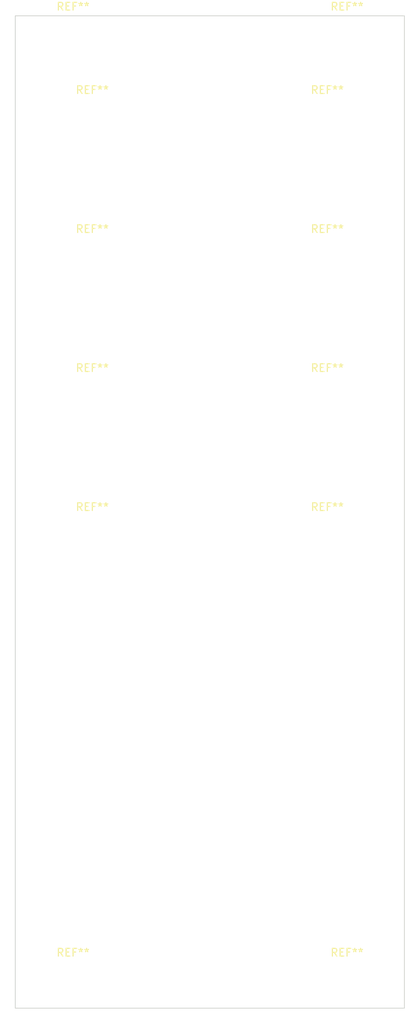
<source format=kicad_pcb>
(kicad_pcb (version 20221018) (generator pcbnew)
  (title_block (title "disting NT Panel") (date "2024-03-15") (rev "1.0") (company "Expert Sleepers Ltd"))
  (layers (0 "F.Cu" signal) (31 "B.Cu" signal) (34 "B.Paste" user) (35 "F.Paste" user) (36 "B.SilkS" user "B.Silkscreen") (37 "F.SilkS" user "F.Silkscreen") (38 "B.Mask" user) (39 "F.Mask" user) (44 "Edge.Cuts" user))
  (net 0 "")
  (footprint "eurorack:MountingHole_9.4mm_M9" (layer "F.Cu") (at 40.5 73)
    (fp_text reference "REF**" (at 0 -9.4) (layer "F.SilkS"))
    (fp_text value "MountingHole_9.4mm_M9")
    (pad "" np_thru_hole circle (at 0 0) (size 9.4 9.4) (drill 9.4) (layers "F&B.Cu" "*.Mask"))
  )
  (footprint "MountingHole:MountingHole_3.2mm_M3" (layer "F.Cu") (at 43.06 3)
    (fp_text reference "REF**" (at 0 -4.2) (layer "F.SilkS"))
    (fp_text value "MountingHole_3.2mm_M3")
    (pad "" np_thru_hole circle (at 0 0) (size 3.2 3.2) (drill 3.2) (layers "*.Cu" "*.Mask"))
  )
  (footprint "MountingHole:MountingHole_3.2mm_M3" (layer "F.Cu") (at 43.06 125.5)
    (fp_text reference "REF**" (at 0 -4.2) (layer "F.SilkS"))
    (fp_text value "MountingHole_3.2mm_M3")
    (pad "" np_thru_hole circle (at 0 0) (size 3.2 3.2) (drill 3.2) (layers "*.Cu" "*.Mask"))
  )
  (footprint "eurorack:MountingHole_9.4mm_M9" (layer "F.Cu") (at 40.5 19)
    (fp_text reference "REF**" (at 0 -9.4) (layer "F.SilkS"))
    (fp_text value "MountingHole_9.4mm_M9")
    (pad "" np_thru_hole circle (at 0 0) (size 9.4 9.4) (drill 9.4) (layers "F&B.Cu" "*.Mask"))
  )
  (footprint "eurorack:MountingHole_9.4mm_M9" (layer "F.Cu") (at 10 55)
    (fp_text reference "REF**" (at 0 -9.4) (layer "F.SilkS"))
    (fp_text value "MountingHole_9.4mm_M9")
    (pad "" np_thru_hole circle (at 0 0) (size 9.4 9.4) (drill 9.4) (layers "F&B.Cu" "*.Mask"))
  )
  (footprint "eurorack:MountingHole_9.4mm_M9" (layer "F.Cu") (at 10 37)
    (fp_text reference "REF**" (at 0 -9.4) (layer "F.SilkS"))
    (fp_text value "MountingHole_9.4mm_M9")
    (pad "" np_thru_hole circle (at 0 0) (size 9.4 9.4) (drill 9.4) (layers "F&B.Cu" "*.Mask"))
  )
  (footprint "eurorack:MountingHole_9.4mm_M9" (layer "F.Cu") (at 10 73)
    (fp_text reference "REF**" (at 0 -9.4) (layer "F.SilkS"))
    (fp_text value "MountingHole_9.4mm_M9")
    (pad "" np_thru_hole circle (at 0 0) (size 9.4 9.4) (drill 9.4) (layers "F&B.Cu" "*.Mask"))
  )
  (footprint "eurorack:MountingHole_9.4mm_M9" (layer "F.Cu") (at 10 19)
    (fp_text reference "REF**" (at 0 -9.4) (layer "F.SilkS"))
    (fp_text value "MountingHole_9.4mm_M9")
    (pad "" np_thru_hole circle (at 0 0) (size 9.4 9.4) (drill 9.4) (layers "F&B.Cu" "*.Mask"))
  )
  (footprint "eurorack:MountingHole_9.4mm_M9" (layer "F.Cu") (at 40.5 55)
    (fp_text reference "REF**" (at 0 -9.4) (layer "F.SilkS"))
    (fp_text value "MountingHole_9.4mm_M9")
    (pad "" np_thru_hole circle (at 0 0) (size 9.4 9.4) (drill 9.4) (layers "F&B.Cu" "*.Mask"))
  )
  (footprint "MountingHole:MountingHole_3.2mm_M3" (layer "F.Cu") (at 7.5 3)
    (fp_text reference "REF**" (at 0 -4.2) (layer "F.SilkS"))
    (fp_text value "MountingHole_3.2mm_M3")
    (pad "" np_thru_hole circle (at 0 0) (size 3.2 3.2) (drill 3.2) (layers "*.Cu" "*.Mask"))
  )
  (footprint "eurorack:MountingHole_9.4mm_M9" (layer "F.Cu") (at 40.5 37)
    (fp_text reference "REF**" (at 0 -9.4) (layer "F.SilkS"))
    (fp_text value "MountingHole_9.4mm_M9")
    (pad "" np_thru_hole circle (at 0 0) (size 9.4 9.4) (drill 9.4) (layers "F&B.Cu" "*.Mask"))
  )
  (footprint "MountingHole:MountingHole_3.2mm_M3" (layer "F.Cu") (at 7.5 125.5)
    (fp_text reference "REF**" (at 0 -4.2) (layer "F.SilkS"))
    (fp_text value "MountingHole_3.2mm_M3")
    (pad "" np_thru_hole circle (at 0 0) (size 3.2 3.2) (drill 3.2) (layers "*.Cu" "*.Mask"))
  )
  (gr_rect (start 0 0) (end 50.5 128.5) (stroke (width 0.1)) (fill none) (layer "Edge.Cuts"))
)
</source>
